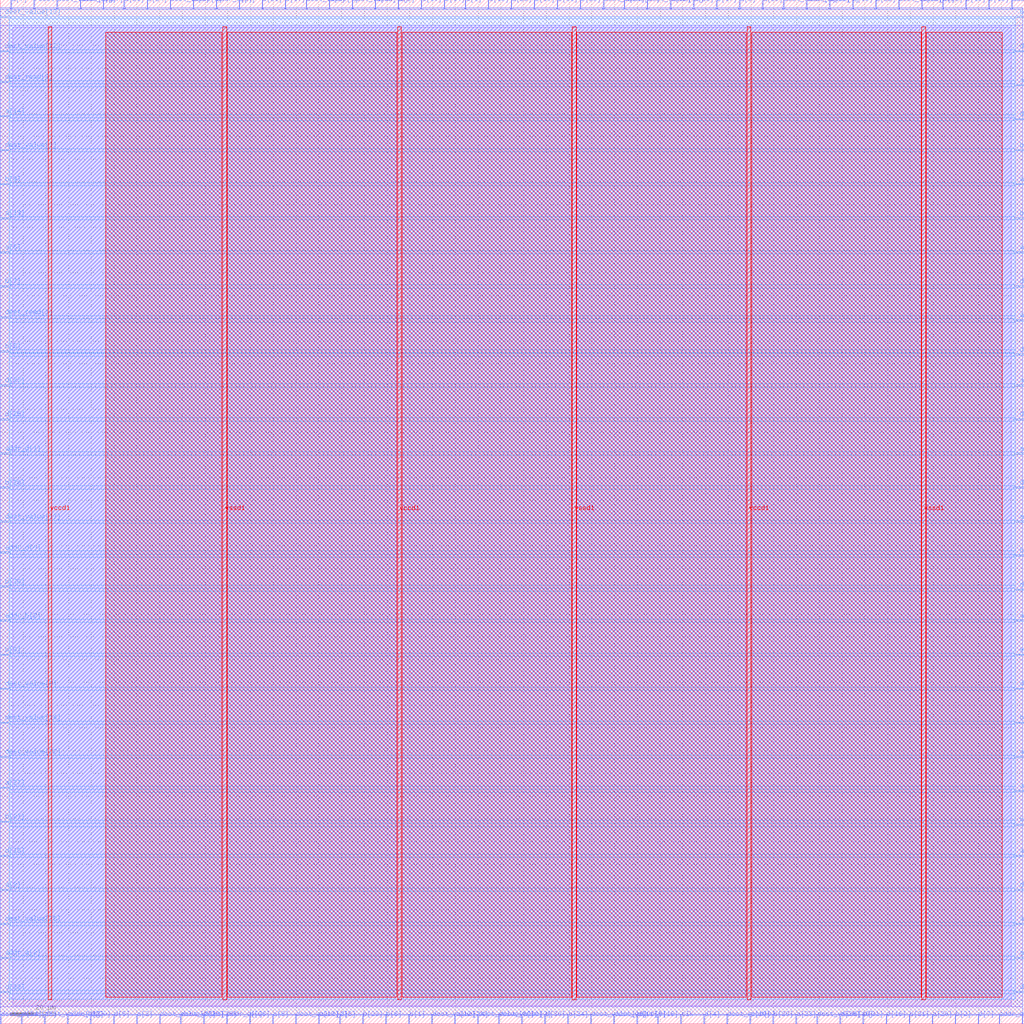
<source format=lef>
VERSION 5.7 ;
  NOWIREEXTENSIONATPIN ON ;
  DIVIDERCHAR "/" ;
  BUSBITCHARS "[]" ;
MACRO regfile
  CLASS BLOCK ;
  FOREIGN regfile ;
  ORIGIN 0.000 0.000 ;
  SIZE 450.000 BY 450.000 ;
  PIN a[0]
    DIRECTION OUTPUT TRISTATE ;
    USE SIGNAL ;
    PORT
      LAYER met3 ;
        RECT 446.000 102.040 450.000 102.640 ;
    END
  END a[0]
  PIN a[10]
    DIRECTION OUTPUT TRISTATE ;
    USE SIGNAL ;
    PORT
      LAYER met2 ;
        RECT 329.450 0.000 329.730 4.000 ;
    END
  END a[10]
  PIN a[11]
    DIRECTION OUTPUT TRISTATE ;
    USE SIGNAL ;
    PORT
      LAYER met2 ;
        RECT 279.770 0.000 280.050 4.000 ;
    END
  END a[11]
  PIN a[12]
    DIRECTION OUTPUT TRISTATE ;
    USE SIGNAL ;
    PORT
      LAYER met2 ;
        RECT 199.730 0.000 200.010 4.000 ;
    END
  END a[12]
  PIN a[13]
    DIRECTION OUTPUT TRISTATE ;
    USE SIGNAL ;
    PORT
      LAYER met3 ;
        RECT 0.000 353.640 4.000 354.240 ;
    END
  END a[13]
  PIN a[14]
    DIRECTION OUTPUT TRISTATE ;
    USE SIGNAL ;
    PORT
      LAYER met3 ;
        RECT 0.000 398.520 4.000 399.120 ;
    END
  END a[14]
  PIN a[15]
    DIRECTION OUTPUT TRISTATE ;
    USE SIGNAL ;
    PORT
      LAYER met3 ;
        RECT 446.000 250.280 450.000 250.880 ;
    END
  END a[15]
  PIN a[16]
    DIRECTION OUTPUT TRISTATE ;
    USE SIGNAL ;
    PORT
      LAYER met3 ;
        RECT 446.000 73.480 450.000 74.080 ;
    END
  END a[16]
  PIN a[17]
    DIRECTION OUTPUT TRISTATE ;
    USE SIGNAL ;
    PORT
      LAYER met2 ;
        RECT 139.930 0.000 140.210 4.000 ;
    END
  END a[17]
  PIN a[18]
    DIRECTION OUTPUT TRISTATE ;
    USE SIGNAL ;
    PORT
      LAYER met2 ;
        RECT 164.770 446.000 165.050 450.000 ;
    END
  END a[18]
  PIN a[19]
    DIRECTION OUTPUT TRISTATE ;
    USE SIGNAL ;
    PORT
      LAYER met3 ;
        RECT 446.000 176.840 450.000 177.440 ;
    END
  END a[19]
  PIN a[1]
    DIRECTION OUTPUT TRISTATE ;
    USE SIGNAL ;
    PORT
      LAYER met3 ;
        RECT 446.000 412.120 450.000 412.720 ;
    END
  END a[1]
  PIN a[20]
    DIRECTION OUTPUT TRISTATE ;
    USE SIGNAL ;
    PORT
      LAYER met2 ;
        RECT 409.490 0.000 409.770 4.000 ;
    END
  END a[20]
  PIN a[21]
    DIRECTION OUTPUT TRISTATE ;
    USE SIGNAL ;
    PORT
      LAYER met2 ;
        RECT 54.370 446.000 54.650 450.000 ;
    END
  END a[21]
  PIN a[22]
    DIRECTION OUTPUT TRISTATE ;
    USE SIGNAL ;
    PORT
      LAYER met3 ;
        RECT 446.000 338.680 450.000 339.280 ;
    END
  END a[22]
  PIN a[23]
    DIRECTION OUTPUT TRISTATE ;
    USE SIGNAL ;
    PORT
      LAYER met2 ;
        RECT 349.690 0.000 349.970 4.000 ;
    END
  END a[23]
  PIN a[24]
    DIRECTION OUTPUT TRISTATE ;
    USE SIGNAL ;
    PORT
      LAYER met2 ;
        RECT 274.250 446.000 274.530 450.000 ;
    END
  END a[24]
  PIN a[25]
    DIRECTION OUTPUT TRISTATE ;
    USE SIGNAL ;
    PORT
      LAYER met2 ;
        RECT 224.570 446.000 224.850 450.000 ;
    END
  END a[25]
  PIN a[26]
    DIRECTION OUTPUT TRISTATE ;
    USE SIGNAL ;
    PORT
      LAYER met3 ;
        RECT 446.000 308.760 450.000 309.360 ;
    END
  END a[26]
  PIN a[27]
    DIRECTION OUTPUT TRISTATE ;
    USE SIGNAL ;
    PORT
      LAYER met3 ;
        RECT 0.000 103.400 4.000 104.000 ;
    END
  END a[27]
  PIN a[28]
    DIRECTION OUTPUT TRISTATE ;
    USE SIGNAL ;
    PORT
      LAYER met2 ;
        RECT 304.610 446.000 304.890 450.000 ;
    END
  END a[28]
  PIN a[29]
    DIRECTION OUTPUT TRISTATE ;
    USE SIGNAL ;
    PORT
      LAYER met2 ;
        RECT 334.970 446.000 335.250 450.000 ;
    END
  END a[29]
  PIN a[2]
    DIRECTION OUTPUT TRISTATE ;
    USE SIGNAL ;
    PORT
      LAYER met2 ;
        RECT 59.890 0.000 60.170 4.000 ;
    END
  END a[2]
  PIN a[30]
    DIRECTION OUTPUT TRISTATE ;
    USE SIGNAL ;
    PORT
      LAYER met2 ;
        RECT 229.170 0.000 229.450 4.000 ;
    END
  END a[30]
  PIN a[31]
    DIRECTION OUTPUT TRISTATE ;
    USE SIGNAL ;
    PORT
      LAYER met3 ;
        RECT 446.000 368.600 450.000 369.200 ;
    END
  END a[31]
  PIN a[3]
    DIRECTION OUTPUT TRISTATE ;
    USE SIGNAL ;
    PORT
      LAYER met2 ;
        RECT 144.530 446.000 144.810 450.000 ;
    END
  END a[3]
  PIN a[4]
    DIRECTION OUTPUT TRISTATE ;
    USE SIGNAL ;
    PORT
      LAYER met2 ;
        RECT 104.970 446.000 105.250 450.000 ;
    END
  END a[4]
  PIN a[5]
    DIRECTION OUTPUT TRISTATE ;
    USE SIGNAL ;
    PORT
      LAYER met2 ;
        RECT 324.850 446.000 325.130 450.000 ;
    END
  END a[5]
  PIN a[6]
    DIRECTION OUTPUT TRISTATE ;
    USE SIGNAL ;
    PORT
      LAYER met3 ;
        RECT 0.000 338.680 4.000 339.280 ;
    END
  END a[6]
  PIN a[7]
    DIRECTION OUTPUT TRISTATE ;
    USE SIGNAL ;
    PORT
      LAYER met2 ;
        RECT 4.690 446.000 4.970 450.000 ;
    END
  END a[7]
  PIN a[8]
    DIRECTION OUTPUT TRISTATE ;
    USE SIGNAL ;
    PORT
      LAYER met2 ;
        RECT 119.690 0.000 119.970 4.000 ;
    END
  END a[8]
  PIN a[9]
    DIRECTION OUTPUT TRISTATE ;
    USE SIGNAL ;
    PORT
      LAYER met3 ;
        RECT 0.000 58.520 4.000 59.120 ;
    END
  END a[9]
  PIN addr_a[0]
    DIRECTION INPUT ;
    USE SIGNAL ;
    PORT
      LAYER met2 ;
        RECT 99.450 0.000 99.730 4.000 ;
    END
  END addr_a[0]
  PIN addr_a[1]
    DIRECTION INPUT ;
    USE SIGNAL ;
    PORT
      LAYER met2 ;
        RECT 35.050 446.000 35.330 450.000 ;
    END
  END addr_a[1]
  PIN addr_a[2]
    DIRECTION INPUT ;
    USE SIGNAL ;
    PORT
      LAYER met3 ;
        RECT 0.000 28.600 4.000 29.200 ;
    END
  END addr_a[2]
  PIN addr_a[3]
    DIRECTION INPUT ;
    USE SIGNAL ;
    PORT
      LAYER met3 ;
        RECT 446.000 280.200 450.000 280.800 ;
    END
  END addr_a[3]
  PIN addr_a[4]
    DIRECTION INPUT ;
    USE SIGNAL ;
    PORT
      LAYER met2 ;
        RECT 444.450 446.000 444.730 450.000 ;
    END
  END addr_a[4]
  PIN addr_b[0]
    DIRECTION INPUT ;
    USE SIGNAL ;
    PORT
      LAYER met3 ;
        RECT 446.000 28.600 450.000 29.200 ;
    END
  END addr_b[0]
  PIN addr_b[1]
    DIRECTION INPUT ;
    USE SIGNAL ;
    PORT
      LAYER met2 ;
        RECT 29.530 0.000 29.810 4.000 ;
    END
  END addr_b[1]
  PIN addr_b[2]
    DIRECTION INPUT ;
    USE SIGNAL ;
    PORT
      LAYER met3 ;
        RECT 0.000 176.840 4.000 177.440 ;
    END
  END addr_b[2]
  PIN addr_b[3]
    DIRECTION INPUT ;
    USE SIGNAL ;
    PORT
      LAYER met3 ;
        RECT 446.000 43.560 450.000 44.160 ;
    END
  END addr_b[3]
  PIN addr_b[4]
    DIRECTION INPUT ;
    USE SIGNAL ;
    PORT
      LAYER met3 ;
        RECT 446.000 117.000 450.000 117.600 ;
    END
  END addr_b[4]
  PIN addr_d[0]
    DIRECTION INPUT ;
    USE SIGNAL ;
    PORT
      LAYER met3 ;
        RECT 0.000 206.760 4.000 207.360 ;
    END
  END addr_d[0]
  PIN addr_d[1]
    DIRECTION INPUT ;
    USE SIGNAL ;
    PORT
      LAYER met3 ;
        RECT 0.000 250.280 4.000 250.880 ;
    END
  END addr_d[1]
  PIN addr_d[2]
    DIRECTION INPUT ;
    USE SIGNAL ;
    PORT
      LAYER met3 ;
        RECT 446.000 220.360 450.000 220.960 ;
    END
  END addr_d[2]
  PIN addr_d[3]
    DIRECTION INPUT ;
    USE SIGNAL ;
    PORT
      LAYER met2 ;
        RECT 94.850 446.000 95.130 450.000 ;
    END
  END addr_d[3]
  PIN addr_d[4]
    DIRECTION INPUT ;
    USE SIGNAL ;
    PORT
      LAYER met2 ;
        RECT 438.930 0.000 439.210 4.000 ;
    END
  END addr_d[4]
  PIN b[0]
    DIRECTION OUTPUT TRISTATE ;
    USE SIGNAL ;
    PORT
      LAYER met3 ;
        RECT 0.000 161.880 4.000 162.480 ;
    END
  END b[0]
  PIN b[10]
    DIRECTION OUTPUT TRISTATE ;
    USE SIGNAL ;
    PORT
      LAYER met2 ;
        RECT 234.690 446.000 234.970 450.000 ;
    END
  END b[10]
  PIN b[11]
    DIRECTION OUTPUT TRISTATE ;
    USE SIGNAL ;
    PORT
      LAYER met3 ;
        RECT 446.000 353.640 450.000 354.240 ;
    END
  END b[11]
  PIN b[12]
    DIRECTION OUTPUT TRISTATE ;
    USE SIGNAL ;
    PORT
      LAYER met3 ;
        RECT 446.000 383.560 450.000 384.160 ;
    END
  END b[12]
  PIN b[13]
    DIRECTION OUTPUT TRISTATE ;
    USE SIGNAL ;
    PORT
      LAYER met2 ;
        RECT 434.330 446.000 434.610 450.000 ;
    END
  END b[13]
  PIN b[14]
    DIRECTION OUTPUT TRISTATE ;
    USE SIGNAL ;
    PORT
      LAYER met2 ;
        RECT 195.130 446.000 195.410 450.000 ;
    END
  END b[14]
  PIN b[15]
    DIRECTION OUTPUT TRISTATE ;
    USE SIGNAL ;
    PORT
      LAYER met3 ;
        RECT 446.000 131.960 450.000 132.560 ;
    END
  END b[15]
  PIN b[16]
    DIRECTION OUTPUT TRISTATE ;
    USE SIGNAL ;
    PORT
      LAYER met2 ;
        RECT 374.530 446.000 374.810 450.000 ;
    END
  END b[16]
  PIN b[17]
    DIRECTION OUTPUT TRISTATE ;
    USE SIGNAL ;
    PORT
      LAYER met2 ;
        RECT 314.730 446.000 315.010 450.000 ;
    END
  END b[17]
  PIN b[18]
    DIRECTION OUTPUT TRISTATE ;
    USE SIGNAL ;
    PORT
      LAYER met2 ;
        RECT 288.970 0.000 289.250 4.000 ;
    END
  END b[18]
  PIN b[19]
    DIRECTION OUTPUT TRISTATE ;
    USE SIGNAL ;
    PORT
      LAYER met2 ;
        RECT 424.210 446.000 424.490 450.000 ;
    END
  END b[19]
  PIN b[1]
    DIRECTION OUTPUT TRISTATE ;
    USE SIGNAL ;
    PORT
      LAYER met2 ;
        RECT 179.490 0.000 179.770 4.000 ;
    END
  END b[1]
  PIN b[20]
    DIRECTION OUTPUT TRISTATE ;
    USE SIGNAL ;
    PORT
      LAYER met3 ;
        RECT 0.000 235.320 4.000 235.920 ;
    END
  END b[20]
  PIN b[21]
    DIRECTION OUTPUT TRISTATE ;
    USE SIGNAL ;
    PORT
      LAYER met2 ;
        RECT 399.370 0.000 399.650 4.000 ;
    END
  END b[21]
  PIN b[22]
    DIRECTION OUTPUT TRISTATE ;
    USE SIGNAL ;
    PORT
      LAYER met2 ;
        RECT 384.650 446.000 384.930 450.000 ;
    END
  END b[22]
  PIN b[23]
    DIRECTION OUTPUT TRISTATE ;
    USE SIGNAL ;
    PORT
      LAYER met2 ;
        RECT 159.250 0.000 159.530 4.000 ;
    END
  END b[23]
  PIN b[24]
    DIRECTION OUTPUT TRISTATE ;
    USE SIGNAL ;
    PORT
      LAYER met2 ;
        RECT 249.410 0.000 249.690 4.000 ;
    END
  END b[24]
  PIN b[25]
    DIRECTION OUTPUT TRISTATE ;
    USE SIGNAL ;
    PORT
      LAYER met3 ;
        RECT 446.000 205.400 450.000 206.000 ;
    END
  END b[25]
  PIN b[26]
    DIRECTION OUTPUT TRISTATE ;
    USE SIGNAL ;
    PORT
      LAYER met2 ;
        RECT 109.570 0.000 109.850 4.000 ;
    END
  END b[26]
  PIN b[27]
    DIRECTION OUTPUT TRISTATE ;
    USE SIGNAL ;
    PORT
      LAYER met3 ;
        RECT 0.000 88.440 4.000 89.040 ;
    END
  END b[27]
  PIN b[28]
    DIRECTION OUTPUT TRISTATE ;
    USE SIGNAL ;
    PORT
      LAYER met2 ;
        RECT 254.930 446.000 255.210 450.000 ;
    END
  END b[28]
  PIN b[29]
    DIRECTION OUTPUT TRISTATE ;
    USE SIGNAL ;
    PORT
      LAYER met2 ;
        RECT 339.570 0.000 339.850 4.000 ;
    END
  END b[29]
  PIN b[2]
    DIRECTION OUTPUT TRISTATE ;
    USE SIGNAL ;
    PORT
      LAYER met2 ;
        RECT 419.610 0.000 419.890 4.000 ;
    END
  END b[2]
  PIN b[30]
    DIRECTION OUTPUT TRISTATE ;
    USE SIGNAL ;
    PORT
      LAYER met3 ;
        RECT 0.000 191.800 4.000 192.400 ;
    END
  END b[30]
  PIN b[31]
    DIRECTION OUTPUT TRISTATE ;
    USE SIGNAL ;
    PORT
      LAYER met2 ;
        RECT 244.810 446.000 245.090 450.000 ;
    END
  END b[31]
  PIN b[3]
    DIRECTION OUTPUT TRISTATE ;
    USE SIGNAL ;
    PORT
      LAYER met2 ;
        RECT 84.730 446.000 85.010 450.000 ;
    END
  END b[3]
  PIN b[4]
    DIRECTION OUTPUT TRISTATE ;
    USE SIGNAL ;
    PORT
      LAYER met3 ;
        RECT 446.000 442.040 450.000 442.640 ;
    END
  END b[4]
  PIN b[5]
    DIRECTION OUTPUT TRISTATE ;
    USE SIGNAL ;
    PORT
      LAYER met3 ;
        RECT 446.000 87.080 450.000 87.680 ;
    END
  END b[5]
  PIN b[6]
    DIRECTION OUTPUT TRISTATE ;
    USE SIGNAL ;
    PORT
      LAYER met2 ;
        RECT 169.370 0.000 169.650 4.000 ;
    END
  END b[6]
  PIN b[7]
    DIRECTION OUTPUT TRISTATE ;
    USE SIGNAL ;
    PORT
      LAYER met3 ;
        RECT 0.000 323.720 4.000 324.320 ;
    END
  END b[7]
  PIN b[8]
    DIRECTION OUTPUT TRISTATE ;
    USE SIGNAL ;
    PORT
      LAYER met3 ;
        RECT 0.000 295.160 4.000 295.760 ;
    END
  END b[8]
  PIN b[9]
    DIRECTION OUTPUT TRISTATE ;
    USE SIGNAL ;
    PORT
      LAYER met3 ;
        RECT 0.000 368.600 4.000 369.200 ;
    END
  END b[9]
  PIN clk
    DIRECTION INPUT ;
    USE SIGNAL ;
    PORT
      LAYER met2 ;
        RECT 299.090 0.000 299.370 4.000 ;
    END
  END clk
  PIN d[0]
    DIRECTION INPUT ;
    USE SIGNAL ;
    PORT
      LAYER met3 ;
        RECT 446.000 293.800 450.000 294.400 ;
    END
  END d[0]
  PIN d[10]
    DIRECTION INPUT ;
    USE SIGNAL ;
    PORT
      LAYER met2 ;
        RECT 185.010 446.000 185.290 450.000 ;
    END
  END d[10]
  PIN d[11]
    DIRECTION INPUT ;
    USE SIGNAL ;
    PORT
      LAYER met2 ;
        RECT 364.410 446.000 364.690 450.000 ;
    END
  END d[11]
  PIN d[12]
    DIRECTION INPUT ;
    USE SIGNAL ;
    PORT
      LAYER met2 ;
        RECT 294.490 446.000 294.770 450.000 ;
    END
  END d[12]
  PIN d[13]
    DIRECTION INPUT ;
    USE SIGNAL ;
    PORT
      LAYER met2 ;
        RECT 404.890 446.000 405.170 450.000 ;
    END
  END d[13]
  PIN d[14]
    DIRECTION INPUT ;
    USE SIGNAL ;
    PORT
      LAYER met2 ;
        RECT 9.290 0.000 9.570 4.000 ;
    END
  END d[14]
  PIN d[15]
    DIRECTION INPUT ;
    USE SIGNAL ;
    PORT
      LAYER met3 ;
        RECT 0.000 73.480 4.000 74.080 ;
    END
  END d[15]
  PIN d[16]
    DIRECTION INPUT ;
    USE SIGNAL ;
    PORT
      LAYER met2 ;
        RECT 389.250 0.000 389.530 4.000 ;
    END
  END d[16]
  PIN d[17]
    DIRECTION INPUT ;
    USE SIGNAL ;
    PORT
      LAYER met2 ;
        RECT 125.210 446.000 125.490 450.000 ;
    END
  END d[17]
  PIN d[18]
    DIRECTION INPUT ;
    USE SIGNAL ;
    PORT
      LAYER met2 ;
        RECT 214.450 446.000 214.730 450.000 ;
    END
  END d[18]
  PIN d[19]
    DIRECTION INPUT ;
    USE SIGNAL ;
    PORT
      LAYER met3 ;
        RECT 446.000 146.920 450.000 147.520 ;
    END
  END d[19]
  PIN d[1]
    DIRECTION INPUT ;
    USE SIGNAL ;
    PORT
      LAYER met2 ;
        RECT 204.330 446.000 204.610 450.000 ;
    END
  END d[1]
  PIN d[20]
    DIRECTION INPUT ;
    USE SIGNAL ;
    PORT
      LAYER met2 ;
        RECT 39.650 0.000 39.930 4.000 ;
    END
  END d[20]
  PIN d[21]
    DIRECTION INPUT ;
    USE SIGNAL ;
    PORT
      LAYER met2 ;
        RECT 115.090 446.000 115.370 450.000 ;
    END
  END d[21]
  PIN d[22]
    DIRECTION INPUT ;
    USE SIGNAL ;
    PORT
      LAYER met3 ;
        RECT 0.000 13.640 4.000 14.240 ;
    END
  END d[22]
  PIN d[23]
    DIRECTION INPUT ;
    USE SIGNAL ;
    PORT
      LAYER met3 ;
        RECT 0.000 280.200 4.000 280.800 ;
    END
  END d[23]
  PIN d[24]
    DIRECTION INPUT ;
    USE SIGNAL ;
    PORT
      LAYER met2 ;
        RECT 64.490 446.000 64.770 450.000 ;
    END
  END d[24]
  PIN d[25]
    DIRECTION INPUT ;
    USE SIGNAL ;
    PORT
      LAYER met2 ;
        RECT 369.010 0.000 369.290 4.000 ;
    END
  END d[25]
  PIN d[26]
    DIRECTION INPUT ;
    USE SIGNAL ;
    PORT
      LAYER met3 ;
        RECT 0.000 265.240 4.000 265.840 ;
    END
  END d[26]
  PIN d[27]
    DIRECTION INPUT ;
    USE SIGNAL ;
    PORT
      LAYER met2 ;
        RECT 45.170 446.000 45.450 450.000 ;
    END
  END d[27]
  PIN d[28]
    DIRECTION INPUT ;
    USE SIGNAL ;
    PORT
      LAYER met2 ;
        RECT 414.090 446.000 414.370 450.000 ;
    END
  END d[28]
  PIN d[29]
    DIRECTION INPUT ;
    USE SIGNAL ;
    PORT
      LAYER met2 ;
        RECT 89.330 0.000 89.610 4.000 ;
    END
  END d[29]
  PIN d[2]
    DIRECTION INPUT ;
    USE SIGNAL ;
    PORT
      LAYER met3 ;
        RECT 446.000 13.640 450.000 14.240 ;
    END
  END d[2]
  PIN d[30]
    DIRECTION INPUT ;
    USE SIGNAL ;
    PORT
      LAYER met2 ;
        RECT 239.290 0.000 239.570 4.000 ;
    END
  END d[30]
  PIN d[31]
    DIRECTION INPUT ;
    USE SIGNAL ;
    PORT
      LAYER met2 ;
        RECT 379.130 0.000 379.410 4.000 ;
    END
  END d[31]
  PIN d[3]
    DIRECTION INPUT ;
    USE SIGNAL ;
    PORT
      LAYER met2 ;
        RECT 174.890 446.000 175.170 450.000 ;
    END
  END d[3]
  PIN d[4]
    DIRECTION INPUT ;
    USE SIGNAL ;
    PORT
      LAYER met2 ;
        RECT 309.210 0.000 309.490 4.000 ;
    END
  END d[4]
  PIN d[5]
    DIRECTION INPUT ;
    USE SIGNAL ;
    PORT
      LAYER met2 ;
        RECT 49.770 0.000 50.050 4.000 ;
    END
  END d[5]
  PIN d[6]
    DIRECTION INPUT ;
    USE SIGNAL ;
    PORT
      LAYER met2 ;
        RECT 149.130 0.000 149.410 4.000 ;
    END
  END d[6]
  PIN d[7]
    DIRECTION INPUT ;
    USE SIGNAL ;
    PORT
      LAYER met2 ;
        RECT 429.730 0.000 430.010 4.000 ;
    END
  END d[7]
  PIN d[8]
    DIRECTION INPUT ;
    USE SIGNAL ;
    PORT
      LAYER met3 ;
        RECT 446.000 323.720 450.000 324.320 ;
    END
  END d[8]
  PIN d[9]
    DIRECTION INPUT ;
    USE SIGNAL ;
    PORT
      LAYER met3 ;
        RECT 446.000 190.440 450.000 191.040 ;
    END
  END d[9]
  PIN dest_read[0]
    DIRECTION INPUT ;
    USE SIGNAL ;
    PORT
      LAYER met2 ;
        RECT 319.330 0.000 319.610 4.000 ;
    END
  END dest_read[0]
  PIN dest_read[1]
    DIRECTION INPUT ;
    USE SIGNAL ;
    PORT
      LAYER met3 ;
        RECT 0.000 310.120 4.000 310.720 ;
    END
  END dest_read[1]
  PIN dest_read[2]
    DIRECTION INPUT ;
    USE SIGNAL ;
    PORT
      LAYER met3 ;
        RECT 446.000 58.520 450.000 59.120 ;
    END
  END dest_read[2]
  PIN dest_read[3]
    DIRECTION INPUT ;
    USE SIGNAL ;
    PORT
      LAYER met3 ;
        RECT 0.000 413.480 4.000 414.080 ;
    END
  END dest_read[3]
  PIN dest_read[4]
    DIRECTION INPUT ;
    USE SIGNAL ;
    PORT
      LAYER met3 ;
        RECT 446.000 235.320 450.000 235.920 ;
    END
  END dest_read[4]
  PIN dest_value[0]
    DIRECTION OUTPUT TRISTATE ;
    USE SIGNAL ;
    PORT
      LAYER met3 ;
        RECT 446.000 397.160 450.000 397.760 ;
    END
  END dest_value[0]
  PIN dest_value[10]
    DIRECTION OUTPUT TRISTATE ;
    USE SIGNAL ;
    PORT
      LAYER met2 ;
        RECT 358.890 0.000 359.170 4.000 ;
    END
  END dest_value[10]
  PIN dest_value[11]
    DIRECTION OUTPUT TRISTATE ;
    USE SIGNAL ;
    PORT
      LAYER met3 ;
        RECT 446.000 427.080 450.000 427.680 ;
    END
  END dest_value[11]
  PIN dest_value[12]
    DIRECTION OUTPUT TRISTATE ;
    USE SIGNAL ;
    PORT
      LAYER met3 ;
        RECT 0.000 427.080 4.000 427.680 ;
    END
  END dest_value[12]
  PIN dest_value[13]
    DIRECTION OUTPUT TRISTATE ;
    USE SIGNAL ;
    PORT
      LAYER met3 ;
        RECT 0.000 442.040 4.000 442.640 ;
    END
  END dest_value[13]
  PIN dest_value[14]
    DIRECTION OUTPUT TRISTATE ;
    USE SIGNAL ;
    PORT
      LAYER met3 ;
        RECT 0.000 131.960 4.000 132.560 ;
    END
  END dest_value[14]
  PIN dest_value[15]
    DIRECTION OUTPUT TRISTATE ;
    USE SIGNAL ;
    PORT
      LAYER met2 ;
        RECT 0.090 0.000 0.370 4.000 ;
    END
  END dest_value[15]
  PIN dest_value[16]
    DIRECTION OUTPUT TRISTATE ;
    USE SIGNAL ;
    PORT
      LAYER met2 ;
        RECT 259.530 0.000 259.810 4.000 ;
    END
  END dest_value[16]
  PIN dest_value[17]
    DIRECTION OUTPUT TRISTATE ;
    USE SIGNAL ;
    PORT
      LAYER met3 ;
        RECT 0.000 220.360 4.000 220.960 ;
    END
  END dest_value[17]
  PIN dest_value[18]
    DIRECTION OUTPUT TRISTATE ;
    USE SIGNAL ;
    PORT
      LAYER met2 ;
        RECT 154.650 446.000 154.930 450.000 ;
    END
  END dest_value[18]
  PIN dest_value[19]
    DIRECTION OUTPUT TRISTATE ;
    USE SIGNAL ;
    PORT
      LAYER met2 ;
        RECT 284.370 446.000 284.650 450.000 ;
    END
  END dest_value[19]
  PIN dest_value[1]
    DIRECTION OUTPUT TRISTATE ;
    USE SIGNAL ;
    PORT
      LAYER met3 ;
        RECT 0.000 383.560 4.000 384.160 ;
    END
  END dest_value[1]
  PIN dest_value[20]
    DIRECTION OUTPUT TRISTATE ;
    USE SIGNAL ;
    PORT
      LAYER met2 ;
        RECT 70.010 0.000 70.290 4.000 ;
    END
  END dest_value[20]
  PIN dest_value[21]
    DIRECTION OUTPUT TRISTATE ;
    USE SIGNAL ;
    PORT
      LAYER met2 ;
        RECT 19.410 0.000 19.690 4.000 ;
    END
  END dest_value[21]
  PIN dest_value[22]
    DIRECTION OUTPUT TRISTATE ;
    USE SIGNAL ;
    PORT
      LAYER met3 ;
        RECT 0.000 117.000 4.000 117.600 ;
    END
  END dest_value[22]
  PIN dest_value[23]
    DIRECTION OUTPUT TRISTATE ;
    USE SIGNAL ;
    PORT
      LAYER met2 ;
        RECT 265.050 446.000 265.330 450.000 ;
    END
  END dest_value[23]
  PIN dest_value[24]
    DIRECTION OUTPUT TRISTATE ;
    USE SIGNAL ;
    PORT
      LAYER met2 ;
        RECT 189.610 0.000 189.890 4.000 ;
    END
  END dest_value[24]
  PIN dest_value[25]
    DIRECTION OUTPUT TRISTATE ;
    USE SIGNAL ;
    PORT
      LAYER met2 ;
        RECT 394.770 446.000 395.050 450.000 ;
    END
  END dest_value[25]
  PIN dest_value[26]
    DIRECTION OUTPUT TRISTATE ;
    USE SIGNAL ;
    PORT
      LAYER met2 ;
        RECT 449.050 0.000 449.330 4.000 ;
    END
  END dest_value[26]
  PIN dest_value[27]
    DIRECTION OUTPUT TRISTATE ;
    USE SIGNAL ;
    PORT
      LAYER met2 ;
        RECT 24.930 446.000 25.210 450.000 ;
    END
  END dest_value[27]
  PIN dest_value[28]
    DIRECTION OUTPUT TRISTATE ;
    USE SIGNAL ;
    PORT
      LAYER met3 ;
        RECT 0.000 43.560 4.000 44.160 ;
    END
  END dest_value[28]
  PIN dest_value[29]
    DIRECTION OUTPUT TRISTATE ;
    USE SIGNAL ;
    PORT
      LAYER met2 ;
        RECT 79.210 0.000 79.490 4.000 ;
    END
  END dest_value[29]
  PIN dest_value[2]
    DIRECTION OUTPUT TRISTATE ;
    USE SIGNAL ;
    PORT
      LAYER met2 ;
        RECT 129.810 0.000 130.090 4.000 ;
    END
  END dest_value[2]
  PIN dest_value[30]
    DIRECTION OUTPUT TRISTATE ;
    USE SIGNAL ;
    PORT
      LAYER met2 ;
        RECT 209.850 0.000 210.130 4.000 ;
    END
  END dest_value[30]
  PIN dest_value[31]
    DIRECTION OUTPUT TRISTATE ;
    USE SIGNAL ;
    PORT
      LAYER met3 ;
        RECT 446.000 265.240 450.000 265.840 ;
    END
  END dest_value[31]
  PIN dest_value[3]
    DIRECTION OUTPUT TRISTATE ;
    USE SIGNAL ;
    PORT
      LAYER met2 ;
        RECT 219.050 0.000 219.330 4.000 ;
    END
  END dest_value[3]
  PIN dest_value[4]
    DIRECTION OUTPUT TRISTATE ;
    USE SIGNAL ;
    PORT
      LAYER met2 ;
        RECT 354.290 446.000 354.570 450.000 ;
    END
  END dest_value[4]
  PIN dest_value[5]
    DIRECTION OUTPUT TRISTATE ;
    USE SIGNAL ;
    PORT
      LAYER met2 ;
        RECT 344.170 446.000 344.450 450.000 ;
    END
  END dest_value[5]
  PIN dest_value[6]
    DIRECTION OUTPUT TRISTATE ;
    USE SIGNAL ;
    PORT
      LAYER met2 ;
        RECT 74.610 446.000 74.890 450.000 ;
    END
  END dest_value[6]
  PIN dest_value[7]
    DIRECTION OUTPUT TRISTATE ;
    USE SIGNAL ;
    PORT
      LAYER met2 ;
        RECT 134.410 446.000 134.690 450.000 ;
    END
  END dest_value[7]
  PIN dest_value[8]
    DIRECTION OUTPUT TRISTATE ;
    USE SIGNAL ;
    PORT
      LAYER met2 ;
        RECT 269.650 0.000 269.930 4.000 ;
    END
  END dest_value[8]
  PIN dest_value[9]
    DIRECTION OUTPUT TRISTATE ;
    USE SIGNAL ;
    PORT
      LAYER met3 ;
        RECT 0.000 146.920 4.000 147.520 ;
    END
  END dest_value[9]
  PIN reset
    DIRECTION INPUT ;
    USE SIGNAL ;
    PORT
      LAYER met2 ;
        RECT 14.810 446.000 15.090 450.000 ;
    END
  END reset
  PIN vccd1
    DIRECTION INPUT ;
    USE POWER ;
    PORT
      LAYER met4 ;
        RECT 21.040 10.640 22.640 438.160 ;
    END
    PORT
      LAYER met4 ;
        RECT 174.640 10.640 176.240 438.160 ;
    END
    PORT
      LAYER met4 ;
        RECT 328.240 10.640 329.840 438.160 ;
    END
  END vccd1
  PIN vssd1
    DIRECTION INPUT ;
    USE GROUND ;
    PORT
      LAYER met4 ;
        RECT 97.840 10.640 99.440 438.160 ;
    END
    PORT
      LAYER met4 ;
        RECT 251.440 10.640 253.040 438.160 ;
    END
    PORT
      LAYER met4 ;
        RECT 405.040 10.640 406.640 438.160 ;
    END
  END vssd1
  PIN wrd
    DIRECTION INPUT ;
    USE SIGNAL ;
    PORT
      LAYER met3 ;
        RECT 446.000 161.880 450.000 162.480 ;
    END
  END wrd
  OBS
      LAYER li1 ;
        RECT 5.520 7.905 444.360 438.005 ;
      LAYER met1 ;
        RECT 0.070 7.520 449.350 438.900 ;
      LAYER met2 ;
        RECT 0.100 445.720 4.410 446.490 ;
        RECT 5.250 445.720 14.530 446.490 ;
        RECT 15.370 445.720 24.650 446.490 ;
        RECT 25.490 445.720 34.770 446.490 ;
        RECT 35.610 445.720 44.890 446.490 ;
        RECT 45.730 445.720 54.090 446.490 ;
        RECT 54.930 445.720 64.210 446.490 ;
        RECT 65.050 445.720 74.330 446.490 ;
        RECT 75.170 445.720 84.450 446.490 ;
        RECT 85.290 445.720 94.570 446.490 ;
        RECT 95.410 445.720 104.690 446.490 ;
        RECT 105.530 445.720 114.810 446.490 ;
        RECT 115.650 445.720 124.930 446.490 ;
        RECT 125.770 445.720 134.130 446.490 ;
        RECT 134.970 445.720 144.250 446.490 ;
        RECT 145.090 445.720 154.370 446.490 ;
        RECT 155.210 445.720 164.490 446.490 ;
        RECT 165.330 445.720 174.610 446.490 ;
        RECT 175.450 445.720 184.730 446.490 ;
        RECT 185.570 445.720 194.850 446.490 ;
        RECT 195.690 445.720 204.050 446.490 ;
        RECT 204.890 445.720 214.170 446.490 ;
        RECT 215.010 445.720 224.290 446.490 ;
        RECT 225.130 445.720 234.410 446.490 ;
        RECT 235.250 445.720 244.530 446.490 ;
        RECT 245.370 445.720 254.650 446.490 ;
        RECT 255.490 445.720 264.770 446.490 ;
        RECT 265.610 445.720 273.970 446.490 ;
        RECT 274.810 445.720 284.090 446.490 ;
        RECT 284.930 445.720 294.210 446.490 ;
        RECT 295.050 445.720 304.330 446.490 ;
        RECT 305.170 445.720 314.450 446.490 ;
        RECT 315.290 445.720 324.570 446.490 ;
        RECT 325.410 445.720 334.690 446.490 ;
        RECT 335.530 445.720 343.890 446.490 ;
        RECT 344.730 445.720 354.010 446.490 ;
        RECT 354.850 445.720 364.130 446.490 ;
        RECT 364.970 445.720 374.250 446.490 ;
        RECT 375.090 445.720 384.370 446.490 ;
        RECT 385.210 445.720 394.490 446.490 ;
        RECT 395.330 445.720 404.610 446.490 ;
        RECT 405.450 445.720 413.810 446.490 ;
        RECT 414.650 445.720 423.930 446.490 ;
        RECT 424.770 445.720 434.050 446.490 ;
        RECT 434.890 445.720 444.170 446.490 ;
        RECT 445.010 445.720 449.320 446.490 ;
        RECT 0.100 4.280 449.320 445.720 ;
        RECT 0.650 3.670 9.010 4.280 ;
        RECT 9.850 3.670 19.130 4.280 ;
        RECT 19.970 3.670 29.250 4.280 ;
        RECT 30.090 3.670 39.370 4.280 ;
        RECT 40.210 3.670 49.490 4.280 ;
        RECT 50.330 3.670 59.610 4.280 ;
        RECT 60.450 3.670 69.730 4.280 ;
        RECT 70.570 3.670 78.930 4.280 ;
        RECT 79.770 3.670 89.050 4.280 ;
        RECT 89.890 3.670 99.170 4.280 ;
        RECT 100.010 3.670 109.290 4.280 ;
        RECT 110.130 3.670 119.410 4.280 ;
        RECT 120.250 3.670 129.530 4.280 ;
        RECT 130.370 3.670 139.650 4.280 ;
        RECT 140.490 3.670 148.850 4.280 ;
        RECT 149.690 3.670 158.970 4.280 ;
        RECT 159.810 3.670 169.090 4.280 ;
        RECT 169.930 3.670 179.210 4.280 ;
        RECT 180.050 3.670 189.330 4.280 ;
        RECT 190.170 3.670 199.450 4.280 ;
        RECT 200.290 3.670 209.570 4.280 ;
        RECT 210.410 3.670 218.770 4.280 ;
        RECT 219.610 3.670 228.890 4.280 ;
        RECT 229.730 3.670 239.010 4.280 ;
        RECT 239.850 3.670 249.130 4.280 ;
        RECT 249.970 3.670 259.250 4.280 ;
        RECT 260.090 3.670 269.370 4.280 ;
        RECT 270.210 3.670 279.490 4.280 ;
        RECT 280.330 3.670 288.690 4.280 ;
        RECT 289.530 3.670 298.810 4.280 ;
        RECT 299.650 3.670 308.930 4.280 ;
        RECT 309.770 3.670 319.050 4.280 ;
        RECT 319.890 3.670 329.170 4.280 ;
        RECT 330.010 3.670 339.290 4.280 ;
        RECT 340.130 3.670 349.410 4.280 ;
        RECT 350.250 3.670 358.610 4.280 ;
        RECT 359.450 3.670 368.730 4.280 ;
        RECT 369.570 3.670 378.850 4.280 ;
        RECT 379.690 3.670 388.970 4.280 ;
        RECT 389.810 3.670 399.090 4.280 ;
        RECT 399.930 3.670 409.210 4.280 ;
        RECT 410.050 3.670 419.330 4.280 ;
        RECT 420.170 3.670 429.450 4.280 ;
        RECT 430.290 3.670 438.650 4.280 ;
        RECT 439.490 3.670 448.770 4.280 ;
      LAYER met3 ;
        RECT 4.400 441.640 445.600 442.505 ;
        RECT 4.000 428.080 446.000 441.640 ;
        RECT 4.400 426.680 445.600 428.080 ;
        RECT 4.000 414.480 446.000 426.680 ;
        RECT 4.400 413.120 446.000 414.480 ;
        RECT 4.400 413.080 445.600 413.120 ;
        RECT 4.000 411.720 445.600 413.080 ;
        RECT 4.000 399.520 446.000 411.720 ;
        RECT 4.400 398.160 446.000 399.520 ;
        RECT 4.400 398.120 445.600 398.160 ;
        RECT 4.000 396.760 445.600 398.120 ;
        RECT 4.000 384.560 446.000 396.760 ;
        RECT 4.400 383.160 445.600 384.560 ;
        RECT 4.000 369.600 446.000 383.160 ;
        RECT 4.400 368.200 445.600 369.600 ;
        RECT 4.000 354.640 446.000 368.200 ;
        RECT 4.400 353.240 445.600 354.640 ;
        RECT 4.000 339.680 446.000 353.240 ;
        RECT 4.400 338.280 445.600 339.680 ;
        RECT 4.000 324.720 446.000 338.280 ;
        RECT 4.400 323.320 445.600 324.720 ;
        RECT 4.000 311.120 446.000 323.320 ;
        RECT 4.400 309.760 446.000 311.120 ;
        RECT 4.400 309.720 445.600 309.760 ;
        RECT 4.000 308.360 445.600 309.720 ;
        RECT 4.000 296.160 446.000 308.360 ;
        RECT 4.400 294.800 446.000 296.160 ;
        RECT 4.400 294.760 445.600 294.800 ;
        RECT 4.000 293.400 445.600 294.760 ;
        RECT 4.000 281.200 446.000 293.400 ;
        RECT 4.400 279.800 445.600 281.200 ;
        RECT 4.000 266.240 446.000 279.800 ;
        RECT 4.400 264.840 445.600 266.240 ;
        RECT 4.000 251.280 446.000 264.840 ;
        RECT 4.400 249.880 445.600 251.280 ;
        RECT 4.000 236.320 446.000 249.880 ;
        RECT 4.400 234.920 445.600 236.320 ;
        RECT 4.000 221.360 446.000 234.920 ;
        RECT 4.400 219.960 445.600 221.360 ;
        RECT 4.000 207.760 446.000 219.960 ;
        RECT 4.400 206.400 446.000 207.760 ;
        RECT 4.400 206.360 445.600 206.400 ;
        RECT 4.000 205.000 445.600 206.360 ;
        RECT 4.000 192.800 446.000 205.000 ;
        RECT 4.400 191.440 446.000 192.800 ;
        RECT 4.400 191.400 445.600 191.440 ;
        RECT 4.000 190.040 445.600 191.400 ;
        RECT 4.000 177.840 446.000 190.040 ;
        RECT 4.400 176.440 445.600 177.840 ;
        RECT 4.000 162.880 446.000 176.440 ;
        RECT 4.400 161.480 445.600 162.880 ;
        RECT 4.000 147.920 446.000 161.480 ;
        RECT 4.400 146.520 445.600 147.920 ;
        RECT 4.000 132.960 446.000 146.520 ;
        RECT 4.400 131.560 445.600 132.960 ;
        RECT 4.000 118.000 446.000 131.560 ;
        RECT 4.400 116.600 445.600 118.000 ;
        RECT 4.000 104.400 446.000 116.600 ;
        RECT 4.400 103.040 446.000 104.400 ;
        RECT 4.400 103.000 445.600 103.040 ;
        RECT 4.000 101.640 445.600 103.000 ;
        RECT 4.000 89.440 446.000 101.640 ;
        RECT 4.400 88.080 446.000 89.440 ;
        RECT 4.400 88.040 445.600 88.080 ;
        RECT 4.000 86.680 445.600 88.040 ;
        RECT 4.000 74.480 446.000 86.680 ;
        RECT 4.400 73.080 445.600 74.480 ;
        RECT 4.000 59.520 446.000 73.080 ;
        RECT 4.400 58.120 445.600 59.520 ;
        RECT 4.000 44.560 446.000 58.120 ;
        RECT 4.400 43.160 445.600 44.560 ;
        RECT 4.000 29.600 446.000 43.160 ;
        RECT 4.400 28.200 445.600 29.600 ;
        RECT 4.000 14.640 446.000 28.200 ;
        RECT 4.400 13.240 445.600 14.640 ;
        RECT 4.000 10.715 446.000 13.240 ;
      LAYER met4 ;
        RECT 46.295 11.735 97.440 435.705 ;
        RECT 99.840 11.735 174.240 435.705 ;
        RECT 176.640 11.735 251.040 435.705 ;
        RECT 253.440 11.735 327.840 435.705 ;
        RECT 330.240 11.735 404.640 435.705 ;
        RECT 407.040 11.735 440.385 435.705 ;
  END
END regfile
END LIBRARY


</source>
